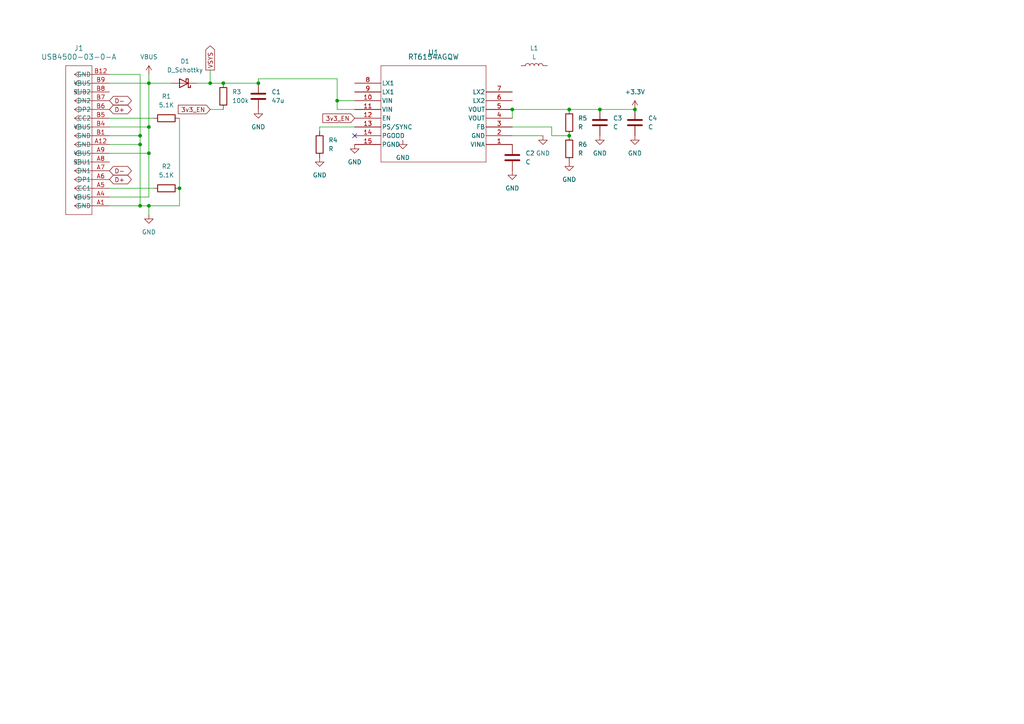
<source format=kicad_sch>
(kicad_sch (version 20230121) (generator eeschema)
  (paper "A4")
  (lib_symbols
    (symbol "Device:C" (pin_numbers hide) (pin_names (offset 0.254))
      (property "Reference" "C" (at 0.635 2.54 0))
      (property "Value" "C" (at 0.635 -2.54 0))
      (symbol "C_0_1"
        (polyline (pts (xy -2.032 -0.762) (xy 2.032 -0.762)) (stroke (width 0.508)))
        (polyline (pts (xy -2.032 0.762) (xy 2.032 0.762)) (stroke (width 0.508)))
      )
      (symbol "C_1_1"
        (pin passive line (at 0 3.81 270) (length 2.794) (name "~") (number "1"))
        (pin passive line (at 0 -3.81 90) (length 2.794) (name "~") (number "2"))
      )
    )
    (symbol "Device:D_Schottky" (pin_numbers hide) (pin_names (offset 1.016) hide)
      (property "Reference" "D" (at 0 2.54 0))
      (property "Value" "D_Schottky" (at 0 -2.54 0))
      (symbol "D_Schottky_0_1"
        (polyline (pts (xy 1.27 0) (xy -1.27 0)))
        (polyline (pts (xy 1.27 1.27) (xy 1.27 -1.27) (xy -1.27 0) (xy 1.27 1.27)) (stroke (width 0.254)))
        (polyline (pts (xy -1.905 0.635) (xy -1.905 1.27) (xy -1.27 1.27) (xy -1.27 -1.27) (xy -0.635 -1.27) (xy -0.635 -0.635)) (stroke (width 0.254)))
      )
      (symbol "D_Schottky_1_1"
        (pin passive line (at -3.81 0 0) (length 2.54) (name "K") (number "1"))
        (pin passive line (at 3.81 0 180) (length 2.54) (name "A") (number "2"))
      )
    )
    (symbol "Device:L" (pin_numbers hide) (pin_names (offset 1.016) hide)
      (property "Reference" "L" (at -1.27 0 90))
      (property "Value" "L" (at 1.905 0 90))
      (symbol "L_0_1"
        (arc (start 0 -2.54) (mid 0.6323 -1.905) (end 0 -1.27))
        (arc (start 0 -1.27) (mid 0.6323 -0.635) (end 0 0))
        (arc (start 0 0) (mid 0.6323 0.635) (end 0 1.27))
        (arc (start 0 1.27) (mid 0.6323 1.905) (end 0 2.54))
      )
      (symbol "L_1_1"
        (pin passive line (at 0 3.81 270) (length 1.27) (name "1") (number "1"))
        (pin passive line (at 0 -3.81 90) (length 1.27) (name "2") (number "2"))
      )
    )
    (symbol "Device:R" (pin_numbers hide) (pin_names (offset 0))
      (property "Reference" "R" (at 2.032 0 90))
      (property "Value" "R" (at 0 0 90))
      (symbol "R_0_1"
        (rectangle (start -1.016 -2.54) (end 1.016 2.54) (stroke (width 0.254)))
      )
      (symbol "R_1_1"
        (pin passive line (at 0 3.81 270) (length 1.27) (name "~") (number "1"))
        (pin passive line (at 0 -3.81 90) (length 1.27) (name "~") (number "2"))
      )
    )
    (symbol "RT6154A:RT6154AGQW" (pin_names (offset 0.254))
      (property "Reference" "U" (at 22.86 10.16 0))
      (property "Value" "RT6154AGQW" (at 22.86 7.62 0))
      (symbol "RT6154AGQW_0_1"
        (polyline (pts (xy 7.62 -22.86) (xy 38.1 -22.86)) (stroke (width 0.127)))
        (polyline (pts (xy 7.62 5.08) (xy 7.62 -22.86)) (stroke (width 0.127)))
        (polyline (pts (xy 38.1 -22.86) (xy 38.1 5.08)) (stroke (width 0.127)))
        (polyline (pts (xy 38.1 5.08) (xy 7.62 5.08)) (stroke (width 0.127)))
        (pin unspecified line (at 0 0 0) (length 7.62) (name "VINA") (number "1"))
        (pin unspecified line (at 45.72 -12.7 180) (length 7.62) (name "VIN") (number "10"))
        (pin unspecified line (at 45.72 -10.16 180) (length 7.62) (name "VIN") (number "11"))
        (pin unspecified line (at 45.72 -7.62 180) (length 7.62) (name "EN") (number "12"))
        (pin unspecified line (at 45.72 -5.08 180) (length 7.62) (name "PS/SYNC") (number "13"))
        (pin power_in line (at 45.72 -2.54 180) (length 7.62) (name "PGOOD") (number "14"))
        (pin power_out line (at 45.72 0 180) (length 7.62) (name "PGND") (number "15"))
        (pin power_out line (at 0 -2.54 0) (length 7.62) (name "GND") (number "2"))
        (pin unspecified line (at 0 -5.08 0) (length 7.62) (name "FB") (number "3"))
        (pin output line (at 0 -7.62 0) (length 7.62) (name "VOUT") (number "4"))
        (pin output line (at 0 -10.16 0) (length 7.62) (name "VOUT") (number "5"))
        (pin bidirectional line (at 0 -12.7 0) (length 7.62) (name "LX2") (number "6"))
        (pin bidirectional line (at 0 -15.24 0) (length 7.62) (name "LX2") (number "7"))
        (pin bidirectional line (at 45.72 -17.78 180) (length 7.62) (name "LX1") (number "8"))
        (pin bidirectional line (at 45.72 -15.24 180) (length 7.62) (name "LX1") (number "9"))
      )
    )
    (symbol "USB C from GCT:USB4500-03-0-A" (pin_names (offset 0.254))
      (property "Reference" "J" (at 8.89 6.35 0))
      (property "Value" "USB4500-03-0-A" (at 0 0 0))
      (symbol "USB4500-03-0-A_1_1"
        (polyline (pts (xy 5.08 -40.64) (xy 12.7 -40.64)) (stroke (width 0.127)))
        (polyline (pts (xy 5.08 2.54) (xy 5.08 -40.64)) (stroke (width 0.127)))
        (polyline (pts (xy 10.16 -38.1) (xy 5.08 -38.1)) (stroke (width 0.127)))
        (polyline (pts (xy 10.16 -38.1) (xy 8.89 -38.9467)) (stroke (width 0.127)))
        (polyline (pts (xy 10.16 -38.1) (xy 8.89 -37.2533)) (stroke (width 0.127)))
        (polyline (pts (xy 10.16 -35.56) (xy 5.08 -35.56)) (stroke (width 0.127)))
        (polyline (pts (xy 10.16 -35.56) (xy 8.89 -36.4067)) (stroke (width 0.127)))
        (polyline (pts (xy 10.16 -35.56) (xy 8.89 -34.7133)) (stroke (width 0.127)))
        (polyline (pts (xy 10.16 -33.02) (xy 5.08 -33.02)) (stroke (width 0.127)))
        (polyline (pts (xy 10.16 -33.02) (xy 8.89 -33.8667)) (stroke (width 0.127)))
        (polyline (pts (xy 10.16 -33.02) (xy 8.89 -32.1733)) (stroke (width 0.127)))
        (polyline (pts (xy 10.16 -30.48) (xy 5.08 -30.48)) (stroke (width 0.127)))
        (polyline (pts (xy 10.16 -30.48) (xy 8.89 -31.3267)) (stroke (width 0.127)))
        (polyline (pts (xy 10.16 -30.48) (xy 8.89 -29.6333)) (stroke (width 0.127)))
        (polyline (pts (xy 10.16 -27.94) (xy 5.08 -27.94)) (stroke (width 0.127)))
        (polyline (pts (xy 10.16 -27.94) (xy 8.89 -28.7867)) (stroke (width 0.127)))
        (polyline (pts (xy 10.16 -27.94) (xy 8.89 -27.0933)) (stroke (width 0.127)))
        (polyline (pts (xy 10.16 -25.4) (xy 5.08 -25.4)) (stroke (width 0.127)))
        (polyline (pts (xy 10.16 -25.4) (xy 8.89 -26.2467)) (stroke (width 0.127)))
        (polyline (pts (xy 10.16 -25.4) (xy 8.89 -24.5533)) (stroke (width 0.127)))
        (polyline (pts (xy 10.16 -22.86) (xy 5.08 -22.86)) (stroke (width 0.127)))
        (polyline (pts (xy 10.16 -22.86) (xy 8.89 -23.7067)) (stroke (width 0.127)))
        (polyline (pts (xy 10.16 -22.86) (xy 8.89 -22.0133)) (stroke (width 0.127)))
        (polyline (pts (xy 10.16 -20.32) (xy 5.08 -20.32)) (stroke (width 0.127)))
        (polyline (pts (xy 10.16 -20.32) (xy 8.89 -21.1667)) (stroke (width 0.127)))
        (polyline (pts (xy 10.16 -20.32) (xy 8.89 -19.4733)) (stroke (width 0.127)))
        (polyline (pts (xy 10.16 -17.78) (xy 5.08 -17.78)) (stroke (width 0.127)))
        (polyline (pts (xy 10.16 -17.78) (xy 8.89 -18.6267)) (stroke (width 0.127)))
        (polyline (pts (xy 10.16 -17.78) (xy 8.89 -16.9333)) (stroke (width 0.127)))
        (polyline (pts (xy 10.16 -15.24) (xy 5.08 -15.24)) (stroke (width 0.127)))
        (polyline (pts (xy 10.16 -15.24) (xy 8.89 -16.0867)) (stroke (width 0.127)))
        (polyline (pts (xy 10.16 -15.24) (xy 8.89 -14.3933)) (stroke (width 0.127)))
        (polyline (pts (xy 10.16 -12.7) (xy 5.08 -12.7)) (stroke (width 0.127)))
        (polyline (pts (xy 10.16 -12.7) (xy 8.89 -13.5467)) (stroke (width 0.127)))
        (polyline (pts (xy 10.16 -12.7) (xy 8.89 -11.8533)) (stroke (width 0.127)))
        (polyline (pts (xy 10.16 -10.16) (xy 5.08 -10.16)) (stroke (width 0.127)))
        (polyline (pts (xy 10.16 -10.16) (xy 8.89 -11.0067)) (stroke (width 0.127)))
        (polyline (pts (xy 10.16 -10.16) (xy 8.89 -9.3133)) (stroke (width 0.127)))
        (polyline (pts (xy 10.16 -7.62) (xy 5.08 -7.62)) (stroke (width 0.127)))
        (polyline (pts (xy 10.16 -7.62) (xy 8.89 -8.4667)) (stroke (width 0.127)))
        (polyline (pts (xy 10.16 -7.62) (xy 8.89 -6.7733)) (stroke (width 0.127)))
        (polyline (pts (xy 10.16 -5.08) (xy 5.08 -5.08)) (stroke (width 0.127)))
        (polyline (pts (xy 10.16 -5.08) (xy 8.89 -5.9267)) (stroke (width 0.127)))
        (polyline (pts (xy 10.16 -5.08) (xy 8.89 -4.2333)) (stroke (width 0.127)))
        (polyline (pts (xy 10.16 -2.54) (xy 5.08 -2.54)) (stroke (width 0.127)))
        (polyline (pts (xy 10.16 -2.54) (xy 8.89 -3.3867)) (stroke (width 0.127)))
        (polyline (pts (xy 10.16 -2.54) (xy 8.89 -1.6933)) (stroke (width 0.127)))
        (polyline (pts (xy 10.16 0) (xy 5.08 0)) (stroke (width 0.127)))
        (polyline (pts (xy 10.16 0) (xy 8.89 -0.8467)) (stroke (width 0.127)))
        (polyline (pts (xy 10.16 0) (xy 8.89 0.8467)) (stroke (width 0.127)))
        (polyline (pts (xy 12.7 -40.64) (xy 12.7 2.54)) (stroke (width 0.127)))
        (polyline (pts (xy 12.7 2.54) (xy 5.08 2.54)) (stroke (width 0.127)))
        (pin power_out line (at 0 0 0) (length 5.08) (name "GND") (number "A1"))
        (pin power_out line (at 0 -17.78 0) (length 5.08) (name "GND") (number "A12"))
        (pin power_in line (at 0 -2.54 0) (length 5.08) (name "VBUS") (number "A4"))
        (pin bidirectional line (at 0 -5.08 0) (length 5.08) (name "CC1") (number "A5"))
        (pin bidirectional line (at 0 -7.62 0) (length 5.08) (name "DP1") (number "A6"))
        (pin bidirectional line (at 0 -10.16 0) (length 5.08) (name "DN1") (number "A7"))
        (pin unspecified line (at 0 -12.7 0) (length 5.08) (name "SBU1") (number "A8"))
        (pin power_in line (at 0 -15.24 0) (length 5.08) (name "VBUS") (number "A9"))
        (pin power_out line (at 0 -20.32 0) (length 5.08) (name "GND") (number "B1"))
        (pin power_out line (at 0 -38.1 0) (length 5.08) (name "GND") (number "B12"))
        (pin power_in line (at 0 -22.86 0) (length 5.08) (name "VBUS") (number "B4"))
        (pin bidirectional line (at 0 -25.4 0) (length 5.08) (name "CC2") (number "B5"))
        (pin bidirectional line (at 0 -27.94 0) (length 5.08) (name "DP2") (number "B6"))
        (pin bidirectional line (at 0 -30.48 0) (length 5.08) (name "DN2") (number "B7"))
        (pin unspecified line (at 0 -33.02 0) (length 5.08) (name "SUB2") (number "B8"))
        (pin power_in line (at 0 -35.56 0) (length 5.08) (name "VBUS") (number "B9"))
      )
      (symbol "USB4500-03-0-A_1_2"
        (polyline (pts (xy 5.08 -40.64) (xy 12.7 -40.64)) (stroke (width 0.127)))
        (polyline (pts (xy 5.08 2.54) (xy 5.08 -40.64)) (stroke (width 0.127)))
        (polyline (pts (xy 7.62 -38.1) (xy 5.08 -38.1)) (stroke (width 0.127)))
        (polyline (pts (xy 7.62 -38.1) (xy 8.89 -38.9467)) (stroke (width 0.127)))
        (polyline (pts (xy 7.62 -38.1) (xy 8.89 -37.2533)) (stroke (width 0.127)))
        (polyline (pts (xy 7.62 -35.56) (xy 5.08 -35.56)) (stroke (width 0.127)))
        (polyline (pts (xy 7.62 -35.56) (xy 8.89 -36.4067)) (stroke (width 0.127)))
        (polyline (pts (xy 7.62 -35.56) (xy 8.89 -34.7133)) (stroke (width 0.127)))
        (polyline (pts (xy 7.62 -33.02) (xy 5.08 -33.02)) (stroke (width 0.127)))
        (polyline (pts (xy 7.62 -33.02) (xy 8.89 -33.8667)) (stroke (width 0.127)))
        (polyline (pts (xy 7.62 -33.02) (xy 8.89 -32.1733)) (stroke (width 0.127)))
        (polyline (pts (xy 7.62 -30.48) (xy 5.08 -30.48)) (stroke (width 0.127)))
        (polyline (pts (xy 7.62 -30.48) (xy 8.89 -31.3267)) (stroke (width 0.127)))
        (polyline (pts (xy 7.62 -30.48) (xy 8.89 -29.6333)) (stroke (width 0.127)))
        (polyline (pts (xy 7.62 -27.94) (xy 5.08 -27.94)) (stroke (width 0.127)))
        (polyline (pts (xy 7.62 -27.94) (xy 8.89 -28.7867)) (stroke (width 0.127)))
        (polyline (pts (xy 7.62 -27.94) (xy 8.89 -27.0933)) (stroke (width 0.127)))
        (polyline (pts (xy 7.62 -25.4) (xy 5.08 -25.4)) (stroke (width 0.127)))
        (polyline (pts (xy 7.62 -25.4) (xy 8.89 -26.2467)) (stroke (width 0.127)))
        (polyline (pts (xy 7.62 -25.4) (xy 8.89 -24.5533)) (stroke (width 0.127)))
        (polyline (pts (xy 7.62 -22.86) (xy 5.08 -22.86)) (stroke (width 0.127)))
        (polyline (pts (xy 7.62 -22.86) (xy 8.89 -23.7067)) (stroke (width 0.127)))
        (polyline (pts (xy 7.62 -22.86) (xy 8.89 -22.0133)) (stroke (width 0.127)))
        (polyline (pts (xy 7.62 -20.32) (xy 5.08 -20.32)) (stroke (width 0.127)))
        (polyline (pts (xy 7.62 -20.32) (xy 8.89 -21.1667)) (stroke (width 0.127)))
        (polyline (pts (xy 7.62 -20.32) (xy 8.89 -19.4733)) (stroke (width 0.127)))
        (polyline (pts (xy 7.62 -17.78) (xy 5.08 -17.78)) (stroke (width 0.127)))
        (polyline (pts (xy 7.62 -17.78) (xy 8.89 -18.6267)) (stroke (width 0.127)))
        (polyline (pts (xy 7.62 -17.78) (xy 8.89 -16.9333)) (stroke (width 0.127)))
        (polyline (pts (xy 7.62 -15.24) (xy 5.08 -15.24)) (stroke (width 0.127)))
        (polyline (pts (xy 7.62 -15.24) (xy 8.89 -16.0867)) (stroke (width 0.127)))
        (polyline (pts (xy 7.62 -15.24) (xy 8.89 -14.3933)) (stroke (width 0.127)))
        (polyline (pts (xy 7.62 -12.7) (xy 5.08 -12.7)) (stroke (width 0.127)))
        (polyline (pts (xy 7.62 -12.7) (xy 8.89 -13.5467)) (stroke (width 0.127)))
        (polyline (pts (xy 7.62 -12.7) (xy 8.89 -11.8533)) (stroke (width 0.127)))
        (polyline (pts (xy 7.62 -10.16) (xy 5.08 -10.16)) (stroke (width 0.127)))
        (polyline (pts (xy 7.62 -10.16) (xy 8.89 -11.0067)) (stroke (width 0.127)))
        (polyline (pts (xy 7.62 -10.16) (xy 8.89 -9.3133)) (stroke (width 0.127)))
        (polyline (pts (xy 7.62 -7.62) (xy 5.08 -7.62)) (stroke (width 0.127)))
        (polyline (pts (xy 7.62 -7.62) (xy 8.89 -8.4667)) (stroke (width 0.127)))
        (polyline (pts (xy 7.62 -7.62) (xy 8.89 -6.7733)) (stroke (width 0.127)))
        (polyline (pts (xy 7.62 -5.08) (xy 5.08 -5.08)) (stroke (width 0.127)))
        (polyline (pts (xy 7.62 -5.08) (xy 8.89 -5.9267)) (stroke (width 0.127)))
        (polyline (pts (xy 7.62 -5.08) (xy 8.89 -4.2333)) (stroke (width 0.127)))
        (polyline (pts (xy 7.62 -2.54) (xy 5.08 -2.54)) (stroke (width 0.127)))
        (polyline (pts (xy 7.62 -2.54) (xy 8.89 -3.3867)) (stroke (width 0.127)))
        (polyline (pts (xy 7.62 -2.54) (xy 8.89 -1.6933)) (stroke (width 0.127)))
        (polyline (pts (xy 7.62 0) (xy 5.08 0)) (stroke (width 0.127)))
        (polyline (pts (xy 7.62 0) (xy 8.89 -0.8467)) (stroke (width 0.127)))
        (polyline (pts (xy 7.62 0) (xy 8.89 0.8467)) (stroke (width 0.127)))
        (polyline (pts (xy 12.7 -40.64) (xy 12.7 2.54)) (stroke (width 0.127)))
        (polyline (pts (xy 12.7 2.54) (xy 5.08 2.54)) (stroke (width 0.127)))
        (pin power_out line (at 0 0 0) (length 5.08) (name "GND") (number "A1"))
        (pin power_out line (at 0 -17.78 0) (length 5.08) (name "GND") (number "A12"))
        (pin power_in line (at 0 -2.54 0) (length 5.08) (name "VBUS") (number "A4"))
        (pin bidirectional line (at 0 -5.08 0) (length 5.08) (name "CC1") (number "A5"))
        (pin bidirectional line (at 0 -7.62 0) (length 5.08) (name "DP1") (number "A6"))
        (pin bidirectional line (at 0 -10.16 0) (length 5.08) (name "DN1") (number "A7"))
        (pin unspecified line (at 0 -12.7 0) (length 5.08) (name "SBU1") (number "A8"))
        (pin power_in line (at 0 -15.24 0) (length 5.08) (name "VBUS") (number "A9"))
        (pin power_out line (at 0 -20.32 0) (length 5.08) (name "GND") (number "B1"))
        (pin power_out line (at 0 -38.1 0) (length 5.08) (name "GND") (number "B12"))
        (pin power_in line (at 0 -22.86 0) (length 5.08) (name "VBUS") (number "B4"))
        (pin bidirectional line (at 0 -25.4 0) (length 5.08) (name "CC2") (number "B5"))
        (pin bidirectional line (at 0 -27.94 0) (length 5.08) (name "DP2") (number "B6"))
        (pin bidirectional line (at 0 -30.48 0) (length 5.08) (name "DN2") (number "B7"))
        (pin unspecified line (at 0 -33.02 0) (length 5.08) (name "SUB2") (number "B8"))
        (pin power_in line (at 0 -35.56 0) (length 5.08) (name "VBUS") (number "B9"))
      )
    )
    (symbol "power:+3.3V" (power) (pin_names (offset 0))
      (property "Value" "+3.3V" (at 0 3.556 0))
      (symbol "+3.3V_0_1"
        (polyline (pts (xy -0.762 1.27) (xy 0 2.54)))
        (polyline (pts (xy 0 0) (xy 0 2.54)))
        (polyline (pts (xy 0 2.54) (xy 0.762 1.27)))
      )
      (symbol "+3.3V_1_1"
        (pin power_in line (at 0 0 90) (length 0) hide (name "+3.3V") (number "1"))
      )
    )
    (symbol "power:GND" (power) (pin_names (offset 0))
      (property "Value" "GND" (at 0 -3.81 0))
      (symbol "GND_0_1"
        (polyline (pts (xy 0 0) (xy 0 -1.27) (xy 1.27 -1.27) (xy 0 -2.54) (xy -1.27 -1.27) (xy 0 -1.27)))
      )
      (symbol "GND_1_1"
        (pin power_in line (at 0 0 270) (length 0) hide (name "GND") (number "1"))
      )
    )
    (symbol "power:VBUS" (power) (pin_names (offset 0))
      (property "Value" "VBUS" (at 0 3.81 0))
      (symbol "VBUS_0_1"
        (polyline (pts (xy -0.762 1.27) (xy 0 2.54)))
        (polyline (pts (xy 0 0) (xy 0 2.54)))
        (polyline (pts (xy 0 2.54) (xy 0.762 1.27)))
      )
      (symbol "VBUS_1_1"
        (pin power_in line (at 0 0 90) (length 0) hide (name "VBUS") (number "1"))
      )
    )
  )
  (junction (at 64.77 24.13))
  (junction (at 43.18 59.69))
  (junction (at 40.64 41.91))
  (junction (at 165.1 39.37))
  (junction (at 40.64 39.37))
  (junction (at 43.18 36.83))
  (junction (at 40.64 59.69))
  (junction (at 60.96 24.13))
  (junction (at 148.59 31.75))
  (junction (at 184.15 31.75))
  (junction (at 97.79 29.21))
  (junction (at 165.1 31.75))
  (junction (at 173.99 31.75))
  (junction (at 43.18 44.45))
  (junction (at 52.07 54.61))
  (junction (at 74.93 24.13))
  (junction (at 43.18 24.13))
  (no_connect (at 102.87 39.37))
  (wire (pts (xy 160.02 36.83) (xy 148.59 36.83)))
  (wire (pts (xy 40.64 39.37) (xy 40.64 41.91)))
  (wire (pts (xy 31.75 44.45) (xy 43.18 44.45)))
  (wire (pts (xy 43.18 44.45) (xy 43.18 57.15)))
  (wire (pts (xy 31.75 57.15) (xy 43.18 57.15)))
  (wire (pts (xy 31.75 21.59) (xy 40.64 21.59)))
  (wire (pts (xy 43.18 24.13) (xy 31.75 24.13)))
  (wire (pts (xy 60.96 31.75) (xy 64.77 31.75)))
  (wire (pts (xy 74.93 22.86) (xy 74.93 24.13)))
  (wire (pts (xy 31.75 39.37) (xy 40.64 39.37)))
  (wire (pts (xy 148.59 31.75) (xy 148.59 34.29)))
  (wire (pts (xy 40.64 59.69) (xy 31.75 59.69)))
  (wire (pts (xy 31.75 54.61) (xy 44.45 54.61)))
  (wire (pts (xy 43.18 59.69) (xy 52.07 59.69)))
  (wire (pts (xy 43.18 24.13) (xy 43.18 36.83)))
  (wire (pts (xy 165.1 39.37) (xy 160.02 39.37)))
  (wire (pts (xy 40.64 21.59) (xy 40.64 39.37)))
  (wire (pts (xy 64.77 24.13) (xy 74.93 24.13)))
  (wire (pts (xy 60.96 24.13) (xy 57.15 24.13)))
  (wire (pts (xy 52.07 59.69) (xy 52.07 54.61)))
  (wire (pts (xy 43.18 36.83) (xy 43.18 44.45)))
  (wire (pts (xy 97.79 22.86) (xy 74.93 22.86)))
  (wire (pts (xy 40.64 41.91) (xy 40.64 59.69)))
  (wire (pts (xy 31.75 34.29) (xy 44.45 34.29)))
  (wire (pts (xy 160.02 39.37) (xy 160.02 36.83)))
  (wire (pts (xy 31.75 36.83) (xy 43.18 36.83)))
  (wire (pts (xy 157.48 39.37) (xy 148.59 39.37)))
  (wire (pts (xy 43.18 62.23) (xy 43.18 59.69)))
  (wire (pts (xy 173.99 31.75) (xy 184.15 31.75)))
  (wire (pts (xy 60.96 20.32) (xy 60.96 24.13)))
  (wire (pts (xy 97.79 29.21) (xy 97.79 22.86)))
  (wire (pts (xy 60.96 24.13) (xy 64.77 24.13)))
  (wire (pts (xy 97.79 31.75) (xy 97.79 29.21)))
  (wire (pts (xy 165.1 31.75) (xy 173.99 31.75)))
  (wire (pts (xy 52.07 34.29) (xy 52.07 54.61)))
  (wire (pts (xy 43.18 21.59) (xy 43.18 24.13)))
  (wire (pts (xy 92.71 36.83) (xy 92.71 38.1)))
  (wire (pts (xy 43.18 59.69) (xy 40.64 59.69)))
  (wire (pts (xy 102.87 36.83) (xy 92.71 36.83)))
  (wire (pts (xy 102.87 31.75) (xy 97.79 31.75)))
  (wire (pts (xy 148.59 31.75) (xy 165.1 31.75)))
  (wire (pts (xy 43.18 24.13) (xy 49.53 24.13)))
  (wire (pts (xy 102.87 29.21) (xy 97.79 29.21)))
  (wire (pts (xy 31.75 41.91) (xy 40.64 41.91)))
  (global_label "D-" (shape bidirectional) (at 31.75 49.53 0) (property "Intersheetrefs" "${INTERSHEET_REFS}" (effects hide)))
  (global_label "3v3_EN" (shape input) (at 60.96 31.75 180) (property "Intersheetrefs" "${INTERSHEET_REFS}" (effects hide)))
  (global_label "3v3_EN" (shape input) (at 102.87 34.29 180) (property "Intersheetrefs" "${INTERSHEET_REFS}" (effects hide)))
  (global_label "D-" (shape bidirectional) (at 31.75 29.21 0) (property "Intersheetrefs" "${INTERSHEET_REFS}" (effects hide)))
  (global_label "D+" (shape bidirectional) (at 31.75 31.75 0) (property "Intersheetrefs" "${INTERSHEET_REFS}" (effects hide)))
  (global_label "VSYS" (shape output) (at 60.96 20.32 90) (property "Intersheetrefs" "${INTERSHEET_REFS}" (effects hide)))
  (global_label "D+" (shape bidirectional) (at 31.75 52.07 0) (property "Intersheetrefs" "${INTERSHEET_REFS}" (effects hide)))
  (symbol (lib_id "Device:C") (at 74.93 27.94 0) (unit 1)
    (property "Reference" "C1" (at 78.74 26.67 0) (effects (justify left)))
    (property "Value" "47u" (at 78.74 29.21 0) (effects (justify left)))
  )
  (symbol (lib_id "power:GND") (at 184.15 39.37 0) (unit 1)
    (property "Reference" "#PWR011" (effects hide))
    (property "Value" "GND" (at 184.15 44.45 0))
  )
  (symbol (lib_id "Device:R") (at 92.71 41.91 0) (unit 1)
    (property "Reference" "R4" (at 95.25 40.64 0) (effects (justify left)))
    (property "Value" "R" (at 95.25 43.18 0) (effects (justify left)))
  )
  (symbol (lib_id "Device:C") (at 148.59 45.72 0) (unit 1)
    (property "Reference" "C2" (at 152.4 44.45 0) (effects (justify left)))
    (property "Value" "C" (at 152.4 46.99 0) (effects (justify left)))
  )
  (symbol (lib_id "power:GND") (at 43.18 62.23 0) (unit 1)
    (property "Reference" "#PWR01" (effects hide))
    (property "Value" "GND" (at 43.18 67.31 0))
  )
  (symbol (lib_id "power:GND") (at 165.1 46.99 0) (unit 1)
    (property "Reference" "#PWR09" (effects hide))
    (property "Value" "GND" (at 165.1 52.07 0))
  )
  (symbol (lib_id "power:GND") (at 102.87 41.91 0) (unit 1)
    (property "Reference" "#PWR06" (effects hide))
    (property "Value" "GND" (at 102.87 46.99 0))
  )
  (symbol (lib_id "Device:R") (at 48.26 54.61 90) (unit 1)
    (property "Reference" "R2" (at 48.26 48.26 90))
    (property "Value" "5.1K" (at 48.26 50.8 90))
  )
  (symbol (lib_id "Device:R") (at 165.1 43.18 0) (unit 1)
    (property "Reference" "R6" (at 167.64 41.91 0) (effects (justify left)))
    (property "Value" "R" (at 167.64 44.45 0) (effects (justify left)))
  )
  (symbol (lib_id "Device:C") (at 184.15 35.56 0) (unit 1)
    (property "Reference" "C4" (at 187.96 34.29 0) (effects (justify left)))
    (property "Value" "C" (at 187.96 36.83 0) (effects (justify left)))
  )
  (symbol (lib_id "Device:D_Schottky") (at 53.34 24.13 180) (unit 1)
    (property "Reference" "D1" (at 53.6575 17.78 0))
    (property "Value" "D_Schottky" (at 53.6575 20.32 0))
  )
  (symbol (lib_id "RT6154A:RT6154AGQW") (at 148.59 41.91 180) (unit 1)
    (property "Reference" "U1" (at 125.73 15.24 0) (effects (font (size 1.524 1.524))))
    (property "Value" "RT6154AGQW" (at 125.73 16.51 0) (effects (font (size 1.524 1.524))))
    (property "Footprint" "QFN_4AGQW_RIT" (effects hide))
    (property "Datasheet" "RT6154AGQW" (effects hide))
  )
  (symbol (lib_id "Device:R") (at 48.26 34.29 90) (unit 1)
    (property "Reference" "R1" (at 48.26 27.94 90))
    (property "Value" "5.1K" (at 48.26 30.48 90))
  )
  (symbol (lib_id "power:GND") (at 173.99 39.37 0) (unit 1)
    (property "Reference" "#PWR010" (effects hide))
    (property "Value" "GND" (at 173.99 44.45 0))
  )
  (symbol (lib_id "power:GND") (at 148.59 49.53 0) (unit 1)
    (property "Reference" "#PWR04" (effects hide))
    (property "Value" "GND" (at 148.59 54.61 0))
  )
  (symbol (lib_id "Device:L") (at 154.94 19.05 90) (unit 1)
    (property "Reference" "L1" (at 154.94 13.97 90))
    (property "Value" "L" (at 154.94 16.51 90))
  )
  (symbol (lib_id "Device:R") (at 64.77 27.94 0) (unit 1)
    (property "Reference" "R3" (at 67.31 26.67 0) (effects (justify left)))
    (property "Value" "100k" (at 67.31 29.21 0) (effects (justify left)))
  )
  (symbol (lib_id "power:+3.3V") (at 184.15 31.75 0) (unit 1)
    (property "Reference" "#PWR08" (effects hide))
    (property "Value" "+3.3V" (at 184.15 26.67 0))
  )
  (symbol (lib_id "USB C from GCT:USB4500-03-0-A") (at 31.75 59.69 180) (unit 1)
    (property "Reference" "J1" (at 22.86 13.97 0) (effects (font (size 1.524 1.524))))
    (property "Value" "USB4500-03-0-A" (at 22.86 16.51 0) (effects (font (size 1.524 1.524))))
    (property "Footprint" "CONN_USB4500_GCT" (effects hide))
    (property "Datasheet" "USB4500-03-0-A" (effects hide))
  )
  (symbol (lib_id "Device:R") (at 165.1 35.56 0) (unit 1)
    (property "Reference" "R5" (at 167.64 34.29 0) (effects (justify left)))
    (property "Value" "R" (at 167.64 36.83 0) (effects (justify left)))
  )
  (symbol (lib_id "power:GND") (at 157.48 39.37 0) (unit 1)
    (property "Reference" "#PWR07" (effects hide))
    (property "Value" "GND" (at 157.48 44.45 0))
  )
  (symbol (lib_id "power:VBUS") (at 43.18 21.59 0) (unit 1)
    (property "Reference" "#PWR02" (effects hide))
    (property "Value" "VBUS" (at 43.18 16.51 0))
  )
  (symbol (lib_id "power:GND") (at 92.71 45.72 0) (unit 1)
    (property "Reference" "#PWR05" (effects hide))
    (property "Value" "GND" (at 92.71 50.8 0))
  )
  (symbol (lib_id "Device:C") (at 173.99 35.56 0) (unit 1)
    (property "Reference" "C3" (at 177.8 34.29 0) (effects (justify left)))
    (property "Value" "C" (at 177.8 36.83 0) (effects (justify left)))
  )
  (symbol (lib_id "power:GND") (at 74.93 31.75 0) (unit 1)
    (property "Reference" "#PWR03" (effects hide))
    (property "Value" "GND" (at 74.93 36.83 0))
  )
  (symbol (lib_id "power:GND") (at 116.84 40.64 0) (unit 1)
    (property "Reference" "#PWR012" (effects hide))
    (property "Value" "GND" (at 116.84 45.72 0))
  )
)
</source>
